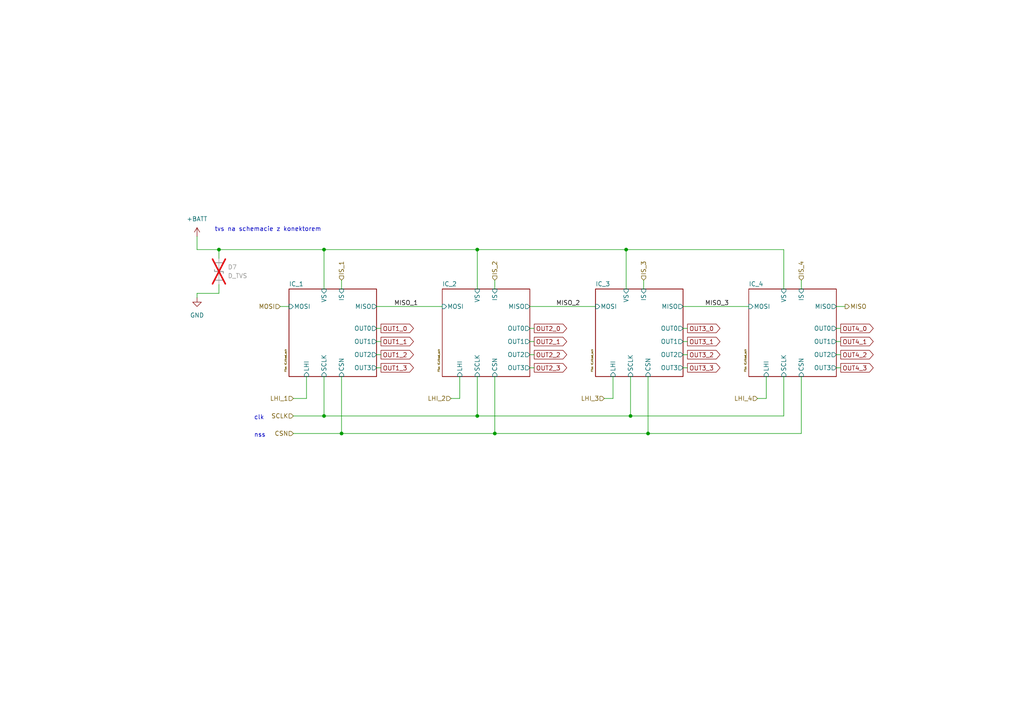
<source format=kicad_sch>
(kicad_sch (version 20231120) (generator "eeschema") (generator_version "8.0")
  (paper "A4")
  (lib_symbols
    (symbol "Device:D_TVS" (pin_numbers hide) (pin_names (offset 1.016) hide)
      (property "Reference" "D" (at 0 2.54 0))
      (property "Value" "D_TVS" (at 0 -2.54 0))
      (symbol "D_TVS_0_1"
        (polyline (pts (xy 1.27 0) (xy -1.27 0)))
        (polyline (pts (xy 0.508 1.27) (xy 0 1.27) (xy 0 -1.27) (xy -0.508 -1.27)) (stroke (width 0.254)))
        (polyline (pts (xy -2.54 1.27) (xy -2.54 -1.27) (xy 2.54 1.27) (xy 2.54 -1.27) (xy -2.54 1.27)) (stroke (width 0.254)))
      )
      (symbol "D_TVS_1_1"
        (pin passive line (at -3.81 0 0) (length 2.54) (name "A1") (number "1"))
        (pin passive line (at 3.81 0 180) (length 2.54) (name "A2") (number "2"))
      )
    )
    (symbol "power:+BATT" (power) (pin_names (offset 0))
      (property "Value" "+BATT" (at 0 3.556 0))
      (symbol "+BATT_0_1"
        (polyline (pts (xy -0.762 1.27) (xy 0 2.54)))
        (polyline (pts (xy 0 0) (xy 0 2.54)))
        (polyline (pts (xy 0 2.54) (xy 0.762 1.27)))
      )
      (symbol "+BATT_1_1"
        (pin power_in line (at 0 0 90) (length 0) hide (name "+BATT") (number "1"))
      )
    )
    (symbol "power:GND" (power) (pin_names (offset 0))
      (property "Value" "GND" (at 0 -3.81 0))
      (symbol "GND_0_1"
        (polyline (pts (xy 0 0) (xy 0 -1.27) (xy 1.27 -1.27) (xy 0 -2.54) (xy -1.27 -1.27) (xy 0 -1.27)))
      )
      (symbol "GND_1_1"
        (pin power_in line (at 0 0 270) (length 0) hide (name "GND") (number "1"))
      )
    )
  )
  (junction (at 93.98 72.39))
  (junction (at 138.43 72.39))
  (junction (at 93.98 120.65))
  (junction (at 181.61 72.39))
  (junction (at 63.5 72.39))
  (junction (at 143.51 125.73))
  (junction (at 99.06 125.73))
  (junction (at 187.96 125.73))
  (junction (at 138.43 120.65))
  (junction (at 182.88 120.65))
  (wire (pts (xy 57.15 72.39) (xy 63.5 72.39)))
  (wire (pts (xy 198.12 88.9) (xy 217.17 88.9)))
  (wire (pts (xy 181.61 72.39) (xy 227.33 72.39)))
  (wire (pts (xy 232.41 81.28) (xy 232.41 83.82)))
  (wire (pts (xy 138.43 120.65) (xy 182.88 120.65)))
  (wire (pts (xy 182.88 120.65) (xy 227.33 120.65)))
  (wire (pts (xy 138.43 72.39) (xy 138.43 83.82)))
  (wire (pts (xy 242.57 95.25) (xy 243.84 95.25)))
  (wire (pts (xy 109.22 88.9) (xy 128.27 88.9)))
  (wire (pts (xy 93.98 72.39) (xy 93.98 83.82)))
  (wire (pts (xy 153.67 99.06) (xy 154.94 99.06)))
  (wire (pts (xy 242.57 106.68) (xy 243.84 106.68)))
  (wire (pts (xy 143.51 81.28) (xy 143.51 83.82)))
  (wire (pts (xy 85.09 125.73) (xy 99.06 125.73)))
  (wire (pts (xy 57.15 68.58) (xy 57.15 72.39)))
  (wire (pts (xy 109.22 106.68) (xy 110.49 106.68)))
  (wire (pts (xy 99.06 109.22) (xy 99.06 125.73)))
  (wire (pts (xy 63.5 72.39) (xy 93.98 72.39)))
  (wire (pts (xy 143.51 109.22) (xy 143.51 125.73)))
  (wire (pts (xy 85.09 120.65) (xy 93.98 120.65)))
  (wire (pts (xy 187.96 125.73) (xy 232.41 125.73)))
  (wire (pts (xy 242.57 99.06) (xy 243.84 99.06)))
  (wire (pts (xy 99.06 125.73) (xy 143.51 125.73)))
  (wire (pts (xy 109.22 102.87) (xy 110.49 102.87)))
  (wire (pts (xy 109.22 95.25) (xy 110.49 95.25)))
  (wire (pts (xy 88.9 115.57) (xy 88.9 109.22)))
  (wire (pts (xy 93.98 120.65) (xy 138.43 120.65)))
  (wire (pts (xy 186.69 81.28) (xy 186.69 83.82)))
  (wire (pts (xy 198.12 99.06) (xy 199.39 99.06)))
  (wire (pts (xy 175.26 115.57) (xy 177.8 115.57)))
  (wire (pts (xy 222.25 115.57) (xy 222.25 109.22)))
  (wire (pts (xy 182.88 109.22) (xy 182.88 120.65)))
  (wire (pts (xy 153.67 88.9) (xy 172.72 88.9)))
  (wire (pts (xy 227.33 109.22) (xy 227.33 120.65)))
  (wire (pts (xy 198.12 102.87) (xy 199.39 102.87)))
  (wire (pts (xy 99.06 81.28) (xy 99.06 83.82)))
  (wire (pts (xy 138.43 109.22) (xy 138.43 120.65)))
  (wire (pts (xy 181.61 72.39) (xy 181.61 83.82)))
  (wire (pts (xy 81.28 88.9) (xy 83.82 88.9)))
  (wire (pts (xy 143.51 125.73) (xy 187.96 125.73)))
  (wire (pts (xy 63.5 72.39) (xy 63.5 74.93)))
  (wire (pts (xy 93.98 109.22) (xy 93.98 120.65)))
  (wire (pts (xy 153.67 102.87) (xy 154.94 102.87)))
  (wire (pts (xy 57.15 85.09) (xy 63.5 85.09)))
  (wire (pts (xy 242.57 88.9) (xy 245.11 88.9)))
  (wire (pts (xy 109.22 99.06) (xy 110.49 99.06)))
  (wire (pts (xy 133.35 115.57) (xy 133.35 109.22)))
  (wire (pts (xy 138.43 72.39) (xy 181.61 72.39)))
  (wire (pts (xy 153.67 95.25) (xy 154.94 95.25)))
  (wire (pts (xy 187.96 109.22) (xy 187.96 125.73)))
  (wire (pts (xy 219.71 115.57) (xy 222.25 115.57)))
  (wire (pts (xy 130.81 115.57) (xy 133.35 115.57)))
  (wire (pts (xy 93.98 72.39) (xy 138.43 72.39)))
  (wire (pts (xy 85.09 115.57) (xy 88.9 115.57)))
  (wire (pts (xy 198.12 106.68) (xy 199.39 106.68)))
  (wire (pts (xy 153.67 106.68) (xy 154.94 106.68)))
  (wire (pts (xy 198.12 95.25) (xy 199.39 95.25)))
  (wire (pts (xy 57.15 85.09) (xy 57.15 86.36)))
  (wire (pts (xy 177.8 115.57) (xy 177.8 109.22)))
  (wire (pts (xy 232.41 109.22) (xy 232.41 125.73)))
  (wire (pts (xy 63.5 82.55) (xy 63.5 85.09)))
  (wire (pts (xy 227.33 72.39) (xy 227.33 83.82)))
  (wire (pts (xy 242.57 102.87) (xy 243.84 102.87)))
  (text "nss" (at 73.66 127 0) (effects (font (size 1.27 1.27)) (justify left bottom)))
  (text "clk" (at 73.66 121.92 0) (effects (font (size 1.27 1.27)) (justify left bottom)))
  (text "tvs na schemacie z konektorem" (at 62.23 67.31 0) (effects (font (size 1.27 1.27)) (justify left bottom)))
  (label "MISO_3" (at 204.47 88.9 0))
  (label "MISO_2" (at 161.29 88.9 0))
  (label "MISO_1" (at 114.3 88.9 0))
  (global_label "OUT3_3" (shape output) (at 199.39 106.68 0) (property "Intersheetrefs" "${INTERSHEET_REFS}" (effects (hide yes))))
  (global_label "OUT2_0" (shape output) (at 154.94 95.25 0) (property "Intersheetrefs" "${INTERSHEET_REFS}" (effects (hide yes))))
  (global_label "OUT3_2" (shape output) (at 199.39 102.87 0) (property "Intersheetrefs" "${INTERSHEET_REFS}" (effects (hide yes))))
  (global_label "OUT1_1" (shape output) (at 110.49 99.06 0) (property "Intersheetrefs" "${INTERSHEET_REFS}" (effects (hide yes))))
  (global_label "OUT2_2" (shape output) (at 154.94 102.87 0) (property "Intersheetrefs" "${INTERSHEET_REFS}" (effects (hide yes))))
  (global_label "OUT4_2" (shape output) (at 243.84 102.87 0) (property "Intersheetrefs" "${INTERSHEET_REFS}" (effects (hide yes))))
  (global_label "OUT4_0" (shape output) (at 243.84 95.25 0) (property "Intersheetrefs" "${INTERSHEET_REFS}" (effects (hide yes))))
  (global_label "OUT3_1" (shape output) (at 199.39 99.06 0) (property "Intersheetrefs" "${INTERSHEET_REFS}" (effects (hide yes))))
  (global_label "OUT3_0" (shape output) (at 199.39 95.25 0) (property "Intersheetrefs" "${INTERSHEET_REFS}" (effects (hide yes))))
  (global_label "OUT1_0" (shape output) (at 110.49 95.25 0) (property "Intersheetrefs" "${INTERSHEET_REFS}" (effects (hide yes))))
  (global_label "OUT1_3" (shape output) (at 110.49 106.68 0) (property "Intersheetrefs" "${INTERSHEET_REFS}" (effects (hide yes))))
  (global_label "OUT1_2" (shape output) (at 110.49 102.87 0) (property "Intersheetrefs" "${INTERSHEET_REFS}" (effects (hide yes))))
  (global_label "OUT2_1" (shape output) (at 154.94 99.06 0) (property "Intersheetrefs" "${INTERSHEET_REFS}" (effects (hide yes))))
  (global_label "OUT4_3" (shape output) (at 243.84 106.68 0) (property "Intersheetrefs" "${INTERSHEET_REFS}" (effects (hide yes))))
  (global_label "OUT4_1" (shape output) (at 243.84 99.06 0) (property "Intersheetrefs" "${INTERSHEET_REFS}" (effects (hide yes))))
  (global_label "OUT2_3" (shape output) (at 154.94 106.68 0) (property "Intersheetrefs" "${INTERSHEET_REFS}" (effects (hide yes))))
  (hierarchical_label "SCLK" (shape input) (at 85.09 120.65 180))
  (hierarchical_label "IS_4" (shape input) (at 232.41 81.28 90))
  (hierarchical_label "LHI_2" (shape input) (at 130.81 115.57 180))
  (hierarchical_label "LHI_3" (shape input) (at 175.26 115.57 180))
  (hierarchical_label "LHI_1" (shape input) (at 85.09 115.57 180))
  (hierarchical_label "IS_1" (shape input) (at 99.06 81.28 90))
  (hierarchical_label "IS_3" (shape input) (at 186.69 81.28 90))
  (hierarchical_label "IS_2" (shape input) (at 143.51 81.28 90))
  (hierarchical_label "LHI_4" (shape input) (at 219.71 115.57 180))
  (hierarchical_label "MOSI" (shape input) (at 81.28 88.9 180))
  (hierarchical_label "CSN" (shape input) (at 85.09 125.73 180))
  (hierarchical_label "MISO" (shape output) (at 245.11 88.9 0))
  (symbol (lib_id "power:+BATT") (at 57.15 68.58 0) (unit 1)
    (property "Reference" "#PWR015" (effects (hide yes)))
    (property "Value" "+BATT" (at 57.15 63.5 0))
  )
  (symbol (lib_id "power:GND") (at 57.15 86.36 0) (unit 1)
    (property "Reference" "#PWR016" (effects (hide yes)))
    (property "Value" "GND" (at 57.15 91.44 0))
  )
  (symbol (lib_id "Device:D_TVS") (at 63.5 78.74 90) (unit 1) (on_board no) (dnp yes)
    (property "Reference" "D7" (at 66.04 77.47 90) (effects (justify right)))
    (property "Value" "D_TVS" (at 66.04 80.01 90) (effects (justify right)))
  )
  (sheet (at 172.72 83.82) (size 25.4 25.4) (stroke (width 0.1524))
    (property "Sheetname" "IC_3" (at 172.72 83.1084 0) (effects (justify left bottom)))
    (property "Sheetfile" "IC.kicad_sch" (at 171.45 107.95 90) (effects (font (size 0.5 0.5)) (justify left top)))
    (pin "MISO" output (at 198.12 88.9 0))
    (pin "MOSI" input (at 172.72 88.9 180))
    (pin "SCLK" input (at 182.88 109.22 270))
    (pin "CSN" input (at 187.96 109.22 270))
    (pin "VS" input (at 181.61 83.82 90))
    (pin "OUT2" output (at 198.12 102.87 0))
    (pin "OUT3" output (at 198.12 106.68 0))
    (pin "OUT0" output (at 198.12 95.25 0))
    (pin "OUT1" output (at 198.12 99.06 0))
    (pin "IS" input (at 186.69 83.82 90))
    (pin "LHI" input (at 177.8 109.22 270))
  )
  (sheet (at 83.82 83.82) (size 25.4 25.4) (stroke (width 0.1524))
    (property "Sheetname" "IC_1" (at 83.82 83.1084 0) (effects (justify left bottom)))
    (property "Sheetfile" "IC.kicad_sch" (at 82.55 107.95 90) (effects (font (size 0.5 0.5)) (justify left top)))
    (pin "MISO" output (at 109.22 88.9 0))
    (pin "MOSI" input (at 83.82 88.9 180))
    (pin "SCLK" input (at 93.98 109.22 270))
    (pin "CSN" input (at 99.06 109.22 270))
    (pin "VS" input (at 93.98 83.82 90))
    (pin "OUT2" output (at 109.22 102.87 0))
    (pin "OUT3" output (at 109.22 106.68 0))
    (pin "OUT0" output (at 109.22 95.25 0))
    (pin "OUT1" output (at 109.22 99.06 0))
    (pin "IS" input (at 99.06 83.82 90))
    (pin "LHI" input (at 88.9 109.22 270))
  )
  (sheet (at 128.27 83.82) (size 25.4 25.4) (stroke (width 0.1524))
    (property "Sheetname" "IC_2" (at 128.27 83.1084 0) (effects (justify left bottom)))
    (property "Sheetfile" "IC.kicad_sch" (at 127 107.95 90) (effects (font (size 0.5 0.5)) (justify left top)))
    (pin "MISO" output (at 153.67 88.9 0))
    (pin "MOSI" input (at 128.27 88.9 180))
    (pin "SCLK" input (at 138.43 109.22 270))
    (pin "CSN" input (at 143.51 109.22 270))
    (pin "VS" input (at 138.43 83.82 90))
    (pin "OUT2" output (at 153.67 102.87 0))
    (pin "OUT3" output (at 153.67 106.68 0))
    (pin "OUT0" output (at 153.67 95.25 0))
    (pin "OUT1" output (at 153.67 99.06 0))
    (pin "IS" input (at 143.51 83.82 90))
    (pin "LHI" input (at 133.35 109.22 270))
  )
  (sheet (at 217.17 83.82) (size 25.4 25.4) (stroke (width 0.1524))
    (property "Sheetname" "IC_4" (at 217.17 83.1084 0) (effects (justify left bottom)))
    (property "Sheetfile" "IC.kicad_sch" (at 215.9 107.95 90) (effects (font (size 0.5 0.5)) (justify left top)))
    (pin "MISO" output (at 242.57 88.9 0))
    (pin "MOSI" input (at 217.17 88.9 180))
    (pin "SCLK" input (at 227.33 109.22 270))
    (pin "CSN" input (at 232.41 109.22 270))
    (pin "VS" input (at 227.33 83.82 90))
    (pin "OUT2" output (at 242.57 102.87 0))
    (pin "OUT3" output (at 242.57 106.68 0))
    (pin "OUT0" output (at 242.57 95.25 0))
    (pin "OUT1" output (at 242.57 99.06 0))
    (pin "IS" input (at 232.41 83.82 90))
    (pin "LHI" input (at 222.25 109.22 270))
  )
)
</source>
